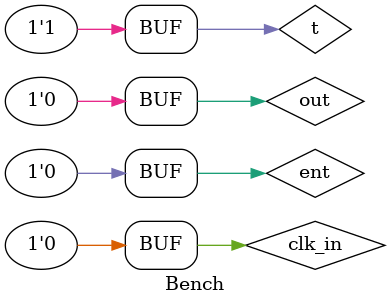
<source format=v>
`timescale 1ns / 1ps


module Bench();
reg clk_in;
reg ent;
reg t;
reg out;
wire [3:0] count;

always
begin
clk_in <= 0;
#10
clk_in <= 1;
#10
clk_in <= 0;
end

initial
begin
// assigning default values
t <= 0;
out <= 0;
ent <= 0;

// checking for T=0
t <= 0;
// someone tries to enter
// code must be like 010 to simulate the duration the button is pressed
// NOTE: ent signal must go through at least ONE clock CYCLE
ent <= 1;
#20
ent <= 0;
#20
ent <= 1;
#20
ent <= 0;
#20
// also, if the exit door triggers the results must remain the same
out <= 1;
#20
out <= 0;
// now T=1
t <= 1;
// adding 4 people
ent <= 1;
#20
ent <= 0;
#20
ent <= 1;
#20
ent <= 0;
#20
ent <= 1;
#20
ent <= 0;
#20
ent <= 1;
#20
ent <= 0;
// someone goes
out <= 1;
#20
out <= 0;
// someone comes, someone goes
ent <= 1;
out <= 1;
#20
ent <= 0;
out <= 0;
// more come in until full, then wait a bit
ent <= 1;
#240
ent <= 0;
// 6 people get out
out <= 1;
#120
out <= 0;
end

BD_wrapper instance_1 (
    .CLK(clk_in),
    .Door_out(out),
    .Ent(ent),
    .People(count),
    .T(t));

endmodule

</source>
